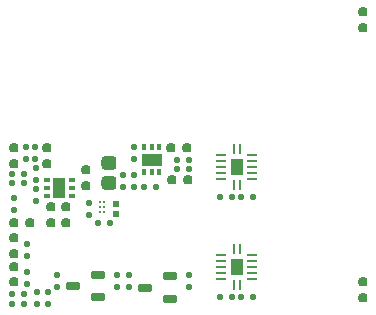
<source format=gbp>
G04*
G04 #@! TF.GenerationSoftware,Altium Limited,Altium Designer,23.8.1 (32)*
G04*
G04 Layer_Color=128*
%FSLAX44Y44*%
%MOMM*%
G71*
G04*
G04 #@! TF.SameCoordinates,DF38465C-164B-46F8-8289-0D746A6B0DDA*
G04*
G04*
G04 #@! TF.FilePolarity,Positive*
G04*
G01*
G75*
G04:AMPARAMS|DCode=28|XSize=0.5mm|YSize=0.5mm|CornerRadius=0.125mm|HoleSize=0mm|Usage=FLASHONLY|Rotation=90.000|XOffset=0mm|YOffset=0mm|HoleType=Round|Shape=RoundedRectangle|*
%AMROUNDEDRECTD28*
21,1,0.5000,0.2500,0,0,90.0*
21,1,0.2500,0.5000,0,0,90.0*
1,1,0.2500,0.1250,0.1250*
1,1,0.2500,0.1250,-0.1250*
1,1,0.2500,-0.1250,-0.1250*
1,1,0.2500,-0.1250,0.1250*
%
%ADD28ROUNDEDRECTD28*%
G04:AMPARAMS|DCode=29|XSize=1.23mm|YSize=0.6mm|CornerRadius=0.075mm|HoleSize=0mm|Usage=FLASHONLY|Rotation=180.000|XOffset=0mm|YOffset=0mm|HoleType=Round|Shape=RoundedRectangle|*
%AMROUNDEDRECTD29*
21,1,1.2300,0.4500,0,0,180.0*
21,1,1.0800,0.6000,0,0,180.0*
1,1,0.1500,-0.5400,0.2250*
1,1,0.1500,0.5400,0.2250*
1,1,0.1500,0.5400,-0.2250*
1,1,0.1500,-0.5400,-0.2250*
%
%ADD29ROUNDEDRECTD29*%
G04:AMPARAMS|DCode=30|XSize=0.5mm|YSize=0.5mm|CornerRadius=0.125mm|HoleSize=0mm|Usage=FLASHONLY|Rotation=0.000|XOffset=0mm|YOffset=0mm|HoleType=Round|Shape=RoundedRectangle|*
%AMROUNDEDRECTD30*
21,1,0.5000,0.2500,0,0,0.0*
21,1,0.2500,0.5000,0,0,0.0*
1,1,0.2500,0.1250,-0.1250*
1,1,0.2500,-0.1250,-0.1250*
1,1,0.2500,-0.1250,0.1250*
1,1,0.2500,0.1250,0.1250*
%
%ADD30ROUNDEDRECTD30*%
%ADD31C,0.2500*%
%ADD32R,0.5300X0.5500*%
%ADD33R,1.0000X1.4000*%
%ADD34R,0.2400X0.9000*%
%ADD35R,0.9000X0.2400*%
%ADD36R,1.7000X1.1000*%
%ADD37R,0.3500X0.6000*%
G04:AMPARAMS|DCode=38|XSize=0.762mm|YSize=0.762mm|CornerRadius=0.1905mm|HoleSize=0mm|Usage=FLASHONLY|Rotation=0.000|XOffset=0mm|YOffset=0mm|HoleType=Round|Shape=RoundedRectangle|*
%AMROUNDEDRECTD38*
21,1,0.7620,0.3810,0,0,0.0*
21,1,0.3810,0.7620,0,0,0.0*
1,1,0.3810,0.1905,-0.1905*
1,1,0.3810,-0.1905,-0.1905*
1,1,0.3810,-0.1905,0.1905*
1,1,0.3810,0.1905,0.1905*
%
%ADD38ROUNDEDRECTD38*%
G04:AMPARAMS|DCode=39|XSize=0.762mm|YSize=0.762mm|CornerRadius=0.1905mm|HoleSize=0mm|Usage=FLASHONLY|Rotation=90.000|XOffset=0mm|YOffset=0mm|HoleType=Round|Shape=RoundedRectangle|*
%AMROUNDEDRECTD39*
21,1,0.7620,0.3810,0,0,90.0*
21,1,0.3810,0.7620,0,0,90.0*
1,1,0.3810,0.1905,0.1905*
1,1,0.3810,0.1905,-0.1905*
1,1,0.3810,-0.1905,-0.1905*
1,1,0.3810,-0.1905,0.1905*
%
%ADD39ROUNDEDRECTD39*%
%ADD40R,1.1000X1.7000*%
%ADD41R,0.6000X0.3500*%
G04:AMPARAMS|DCode=42|XSize=1.27mm|YSize=1.14mm|CornerRadius=0.285mm|HoleSize=0mm|Usage=FLASHONLY|Rotation=180.000|XOffset=0mm|YOffset=0mm|HoleType=Round|Shape=RoundedRectangle|*
%AMROUNDEDRECTD42*
21,1,1.2700,0.5700,0,0,180.0*
21,1,0.7000,1.1400,0,0,180.0*
1,1,0.5700,-0.3500,0.2850*
1,1,0.5700,0.3500,0.2850*
1,1,0.5700,0.3500,-0.2850*
1,1,0.5700,-0.3500,-0.2850*
%
%ADD42ROUNDEDRECTD42*%
D28*
X-242584Y170484D02*
D03*
Y160484D02*
D03*
X-232000Y170484D02*
D03*
Y160484D02*
D03*
X-266129Y230917D02*
D03*
Y220917D02*
D03*
X-237078Y254822D02*
D03*
Y244822D02*
D03*
X-227832Y254822D02*
D03*
Y244822D02*
D03*
X-181435Y170484D02*
D03*
Y160484D02*
D03*
X-310378Y145670D02*
D03*
Y155670D02*
D03*
X-318385Y172995D02*
D03*
Y162995D02*
D03*
X-300947Y155671D02*
D03*
Y145671D02*
D03*
X-292867Y170484D02*
D03*
Y160484D02*
D03*
X-318385Y196781D02*
D03*
Y186781D02*
D03*
X-329723Y235255D02*
D03*
Y225255D02*
D03*
X-311197Y243315D02*
D03*
Y233315D02*
D03*
X-319286Y278937D02*
D03*
Y268937D02*
D03*
X-311666Y278937D02*
D03*
Y268937D02*
D03*
X-311197Y260686D02*
D03*
Y250686D02*
D03*
X-227832Y278937D02*
D03*
Y268937D02*
D03*
D29*
X-197633Y150120D02*
D03*
X-218833Y159620D02*
D03*
X-197633Y169120D02*
D03*
X-258500Y151484D02*
D03*
X-279700Y160984D02*
D03*
X-258500Y170484D02*
D03*
D30*
X-248392Y214552D02*
D03*
X-258392D02*
D03*
X-209553Y244822D02*
D03*
X-219553D02*
D03*
X-144677Y236180D02*
D03*
X-154677D02*
D03*
X-137078D02*
D03*
X-127078D02*
D03*
X-181435Y260271D02*
D03*
X-191435D02*
D03*
X-181435Y267891D02*
D03*
X-191435D02*
D03*
X-145222Y151722D02*
D03*
X-155222D02*
D03*
X-137078D02*
D03*
X-127078D02*
D03*
X-330739Y145671D02*
D03*
X-320739D02*
D03*
X-330739Y154429D02*
D03*
X-320739D02*
D03*
X-330739Y255631D02*
D03*
X-320739D02*
D03*
X-330739Y247907D02*
D03*
X-320739D02*
D03*
D31*
X-256838Y224127D02*
D03*
X-252838D02*
D03*
X-256838Y228127D02*
D03*
X-252838D02*
D03*
X-256838Y232127D02*
D03*
X-252838D02*
D03*
D32*
X-242866Y222355D02*
D03*
Y230735D02*
D03*
D33*
X-140878Y261691D02*
D03*
Y177234D02*
D03*
D34*
X-138378Y246191D02*
D03*
Y277191D02*
D03*
X-143378D02*
D03*
Y246191D02*
D03*
X-138378Y161734D02*
D03*
Y192734D02*
D03*
X-143378D02*
D03*
Y161734D02*
D03*
D35*
X-127878Y251691D02*
D03*
Y256691D02*
D03*
Y261691D02*
D03*
Y266691D02*
D03*
Y271691D02*
D03*
X-153877D02*
D03*
Y266691D02*
D03*
Y261691D02*
D03*
Y256691D02*
D03*
Y251691D02*
D03*
X-127878Y167234D02*
D03*
Y172234D02*
D03*
Y177234D02*
D03*
Y182234D02*
D03*
Y187234D02*
D03*
X-153877D02*
D03*
Y182234D02*
D03*
Y177234D02*
D03*
Y172234D02*
D03*
Y167234D02*
D03*
D36*
X-212790Y267937D02*
D03*
D37*
X-206290Y278437D02*
D03*
X-212790D02*
D03*
X-219290D02*
D03*
Y257437D02*
D03*
X-212790D02*
D03*
X-206290D02*
D03*
D38*
X-195508Y250706D02*
D03*
X-182169D02*
D03*
X-329429Y214713D02*
D03*
X-316089D02*
D03*
X-196085Y277627D02*
D03*
X-182745D02*
D03*
D39*
X-34235Y379818D02*
D03*
Y393158D02*
D03*
Y151218D02*
D03*
Y164558D02*
D03*
X-329429Y164051D02*
D03*
Y177391D02*
D03*
Y188091D02*
D03*
Y201431D02*
D03*
X-297783Y214713D02*
D03*
Y228053D02*
D03*
X-285151Y214713D02*
D03*
Y228053D02*
D03*
X-268220Y246132D02*
D03*
Y259472D02*
D03*
X-329429Y277627D02*
D03*
Y264287D02*
D03*
X-301593D02*
D03*
Y277627D02*
D03*
D40*
X-290953Y244065D02*
D03*
D41*
X-280453Y237565D02*
D03*
Y244065D02*
D03*
Y250565D02*
D03*
X-301453D02*
D03*
Y244065D02*
D03*
Y237565D02*
D03*
D42*
X-249150Y248022D02*
D03*
Y265062D02*
D03*
M02*

</source>
